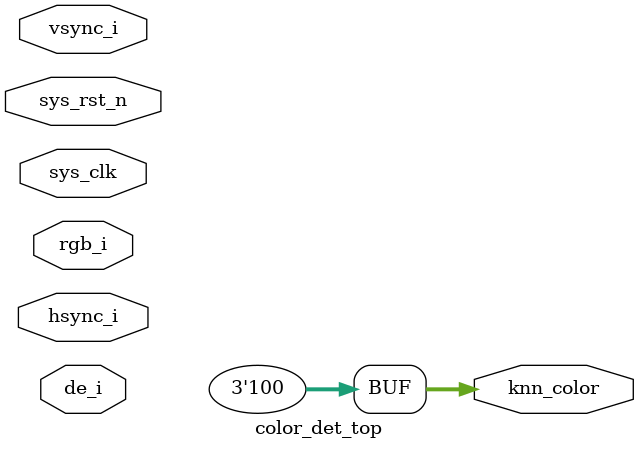
<source format=v>
module color_det_top #(
           parameter KNN_INPUT_BITWIDTH = 16,
           parameter KNN_INPUT_IMG_WIDTH = 1024,   //frame size 1024 * 768 * 16 / 64
           parameter KNN_INPUT_IMG_HEIGHT = 768,
           parameter KNN_INPUT_IMAGE_NUMBER = 3
       )(
           //system
           input sys_clk,
           input sys_rst_n,

           //input data
           input [KNN_INPUT_BITWIDTH - 1: 0] rgb_i,   //input data
           input hsync_i,   //control sync timing trans
           input vsync_i,
           input de_i,

           //output data
           output [2: 0] knn_color
       );
localparam PIXEL_NUM = KNN_INPUT_IMG_WIDTH * KNN_INPUT_IMG_HEIGHT;
localparam KNN_PIX_CNT_BITWIDTH = 24;

reg img_done;













wire [8: 0]	hsv_h;
wire [8: 0]	hsv_s;
wire [7: 0]	hsv_v;
wire hsv_vs;
wire hsv_hs;
wire hsv_de;

rgb2hsv u_rgb2hsv(
            .clk ( sys_clk ),
            .reset_n ( sys_rst_n ),

            .rgb_r ( {rgb_i[15: 11], 3'd0} ),
            .rgb_g ( {rgb_i[10: 5], 2'd0} ),
            .rgb_b ( {rgb_i[4: 0], 3'd0} ),
            .vs ( vsync_i ),
            .hs ( hsync_i ),
            .de ( de_i ),

            .hsv_h ( hsv_h ),
            .hsv_s ( hsv_s ),
            .hsv_v ( hsv_v ),
            .hsv_vs ( hsv_vs ),
            .hsv_hs ( hsv_hs ),
            .hsv_de ( hsv_de )
        );


wire [31: 0] histogram_data_h_o;
wire [31: 0] histogram_data_s_o;
wire [31: 0] histogram_data_v_o;

histogram #(
              .IMG_DATA_BITWIDTH ( KNN_INPUT_BITWIDTH ),
              .IMG_WIDTH ( KNN_INPUT_IMG_WIDTH ),
              .IMG_HEIGHT ( KNN_INPUT_IMG_HEIGHT ),
              .HSV_H_LEVEL ( 9 ),
              .HSV_S_LEVEL ( 9 ),
              .HSV_V_LEVEL ( 8 )
          )
          u_histogram (
              .sys_clk_i ( sys_clk ),
              .sys_rst_n_i ( sys_rst_n ),
              .hsv_h ( hsv_h ),
              .hsv_s ( hsv_s ),
              .hsv_v ( hsv_v ),
              .hsync_i ( hsv_hs ),
              .vsync_i ( hsv_vs ),
              .de_i ( hsv_de ),

              .histogram_data_h_o ( histogram_data_h_o ),
              .histogram_data_s_o ( histogram_data_s_o ),
              .histogram_data_v_o ( histogram_data_v_o )
          );

















// knn_top();

assign knn_color = 3'b100;

endmodule

</source>
